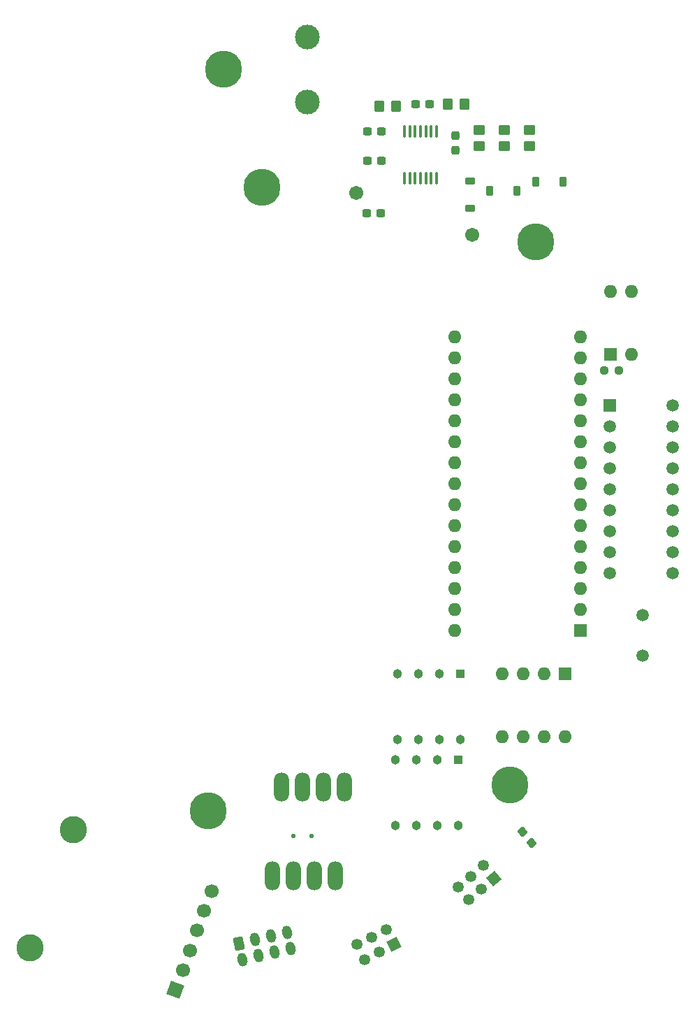
<source format=gbr>
%TF.GenerationSoftware,KiCad,Pcbnew,7.0.1*%
%TF.CreationDate,2023-05-25T18:45:16+09:00*%
%TF.ProjectId,THRControlModuleBoard,54485243-6f6e-4747-926f-6c4d6f64756c,rev?*%
%TF.SameCoordinates,Original*%
%TF.FileFunction,Soldermask,Top*%
%TF.FilePolarity,Negative*%
%FSLAX46Y46*%
G04 Gerber Fmt 4.6, Leading zero omitted, Abs format (unit mm)*
G04 Created by KiCad (PCBNEW 7.0.1) date 2023-05-25 18:45:16*
%MOMM*%
%LPD*%
G01*
G04 APERTURE LIST*
G04 Aperture macros list*
%AMRoundRect*
0 Rectangle with rounded corners*
0 $1 Rounding radius*
0 $2 $3 $4 $5 $6 $7 $8 $9 X,Y pos of 4 corners*
0 Add a 4 corners polygon primitive as box body*
4,1,4,$2,$3,$4,$5,$6,$7,$8,$9,$2,$3,0*
0 Add four circle primitives for the rounded corners*
1,1,$1+$1,$2,$3*
1,1,$1+$1,$4,$5*
1,1,$1+$1,$6,$7*
1,1,$1+$1,$8,$9*
0 Add four rect primitives between the rounded corners*
20,1,$1+$1,$2,$3,$4,$5,0*
20,1,$1+$1,$4,$5,$6,$7,0*
20,1,$1+$1,$6,$7,$8,$9,0*
20,1,$1+$1,$8,$9,$2,$3,0*%
%AMHorizOval*
0 Thick line with rounded ends*
0 $1 width*
0 $2 $3 position (X,Y) of the first rounded end (center of the circle)*
0 $4 $5 position (X,Y) of the second rounded end (center of the circle)*
0 Add line between two ends*
20,1,$1,$2,$3,$4,$5,0*
0 Add two circle primitives to create the rounded ends*
1,1,$1,$2,$3*
1,1,$1,$4,$5*%
%AMRotRect*
0 Rectangle, with rotation*
0 The origin of the aperture is its center*
0 $1 length*
0 $2 width*
0 $3 Rotation angle, in degrees counterclockwise*
0 Add horizontal line*
21,1,$1,$2,0,0,$3*%
G04 Aperture macros list end*
%ADD10RoundRect,0.237500X-0.300000X-0.237500X0.300000X-0.237500X0.300000X0.237500X-0.300000X0.237500X0*%
%ADD11RoundRect,0.100000X-0.100000X0.637500X-0.100000X-0.637500X0.100000X-0.637500X0.100000X0.637500X0*%
%ADD12RoundRect,0.225000X0.225000X0.375000X-0.225000X0.375000X-0.225000X-0.375000X0.225000X-0.375000X0*%
%ADD13R,1.133000X1.133000*%
%ADD14C,1.133000*%
%ADD15RotRect,1.350000X1.350000X297.000000*%
%ADD16HorizOval,1.350000X0.000000X0.000000X0.000000X0.000000X0*%
%ADD17RotRect,1.350000X1.350000X310.000000*%
%ADD18HorizOval,1.350000X0.000000X0.000000X0.000000X0.000000X0*%
%ADD19C,4.500000*%
%ADD20RoundRect,0.250000X-0.450000X0.350000X-0.450000X-0.350000X0.450000X-0.350000X0.450000X0.350000X0*%
%ADD21RoundRect,0.250000X0.350000X0.450000X-0.350000X0.450000X-0.350000X-0.450000X0.350000X-0.450000X0*%
%ADD22R,1.600000X1.600000*%
%ADD23O,1.600000X1.600000*%
%ADD24O,1.853200X3.503200*%
%ADD25RoundRect,0.225000X0.375000X-0.225000X0.375000X0.225000X-0.375000X0.225000X-0.375000X-0.225000X0*%
%ADD26RoundRect,0.250000X-0.350000X-0.450000X0.350000X-0.450000X0.350000X0.450000X-0.350000X0.450000X0*%
%ADD27RoundRect,0.250000X-0.215057X-0.624380X0.467002X-0.466914X0.215057X0.624380X-0.467002X0.466914X0*%
%ADD28HorizOval,1.200000X-0.050614X0.219233X0.050614X-0.219233X0*%
%ADD29C,1.500000*%
%ADD30C,3.302000*%
%ADD31RotRect,1.700000X1.700000X160.000000*%
%ADD32HorizOval,1.700000X0.000000X0.000000X0.000000X0.000000X0*%
%ADD33RoundRect,0.237500X-0.366737X0.067576X0.002866X-0.372900X0.366737X-0.067576X-0.002866X0.372900X0*%
%ADD34RoundRect,0.237500X0.250000X0.237500X-0.250000X0.237500X-0.250000X-0.237500X0.250000X-0.237500X0*%
%ADD35RoundRect,0.237500X-0.237500X0.300000X-0.237500X-0.300000X0.237500X-0.300000X0.237500X0.300000X0*%
%ADD36RoundRect,0.125000X0.125000X0.125000X-0.125000X0.125000X-0.125000X-0.125000X0.125000X-0.125000X0*%
%ADD37RoundRect,0.237500X0.300000X0.237500X-0.300000X0.237500X-0.300000X-0.237500X0.300000X-0.237500X0*%
%ADD38C,3.000000*%
%ADD39R,1.498600X1.498600*%
%ADD40C,1.498600*%
%ADD41C,1.710000*%
G04 APERTURE END LIST*
D10*
%TO.C,C2*%
X133593500Y-45586000D03*
X135318500Y-45586000D03*
%TD*%
D11*
%TO.C,U1*%
X136152000Y-48819500D03*
X135502000Y-48819500D03*
X134852000Y-48819500D03*
X134202000Y-48819500D03*
X133552000Y-48819500D03*
X132902000Y-48819500D03*
X132252000Y-48819500D03*
X132252000Y-54544500D03*
X132902000Y-54544500D03*
X133552000Y-54544500D03*
X134202000Y-54544500D03*
X134852000Y-54544500D03*
X135502000Y-54544500D03*
X136152000Y-54544500D03*
%TD*%
D12*
%TO.C,D3*%
X145900000Y-56050000D03*
X142600000Y-56050000D03*
%TD*%
D13*
%TO.C,IC2*%
X139060000Y-114581000D03*
D14*
X136520000Y-114581000D03*
X133980000Y-114581000D03*
X131440000Y-114581000D03*
X131440000Y-122519000D03*
X133980000Y-122519000D03*
X136520000Y-122519000D03*
X139060000Y-122519000D03*
%TD*%
D15*
%TO.C,J2*%
X130986004Y-147333026D03*
D16*
X130078023Y-145551012D03*
X129203990Y-148241007D03*
X128296010Y-146458993D03*
X127421977Y-149148988D03*
X126513996Y-147366974D03*
%TD*%
D12*
%TO.C,D1*%
X151500000Y-54950000D03*
X148200000Y-54950000D03*
%TD*%
D17*
%TO.C,J3*%
X143124876Y-139330469D03*
D18*
X141839301Y-137798380D03*
X141592788Y-140616044D03*
X140307212Y-139083956D03*
X140060699Y-141901620D03*
X138775124Y-140369531D03*
%TD*%
D19*
%TO.C,H3*%
X108450000Y-131150000D03*
%TD*%
D20*
%TO.C,R4*%
X141314000Y-48666000D03*
X141314000Y-50666000D03*
%TD*%
D21*
%TO.C,R2*%
X139520000Y-45586000D03*
X137520000Y-45586000D03*
%TD*%
D22*
%TO.C,U2*%
X151750000Y-114550000D03*
D23*
X149210000Y-114550000D03*
X146670000Y-114550000D03*
X144130000Y-114550000D03*
X144130000Y-122170000D03*
X146670000Y-122170000D03*
X149210000Y-122170000D03*
X151750000Y-122170000D03*
%TD*%
D24*
%TO.C,J5*%
X117390000Y-128250000D03*
X119930000Y-128250000D03*
X122470000Y-128250000D03*
X125010000Y-128250000D03*
%TD*%
D25*
%TO.C,D2*%
X140200000Y-58150000D03*
X140200000Y-54850000D03*
%TD*%
D20*
%TO.C,R5*%
X144362000Y-48650000D03*
X144362000Y-50650000D03*
%TD*%
D13*
%TO.C,IC1*%
X138760000Y-124981000D03*
D14*
X136220000Y-124981000D03*
X133680000Y-124981000D03*
X131140000Y-124981000D03*
X131140000Y-132919000D03*
X133680000Y-132919000D03*
X136220000Y-132919000D03*
X138760000Y-132919000D03*
%TD*%
D26*
%TO.C,R1*%
X129250000Y-45850000D03*
X131250000Y-45850000D03*
%TD*%
D20*
%TO.C,R3*%
X147410000Y-48666000D03*
X147410000Y-50666000D03*
%TD*%
D22*
%TO.C,U4*%
X157275000Y-75850000D03*
D23*
X159815000Y-75850000D03*
X159815000Y-68230000D03*
X157275000Y-68230000D03*
%TD*%
D19*
%TO.C,H1*%
X115000000Y-55650000D03*
%TD*%
D27*
%TO.C,J6*%
X112163473Y-147201064D03*
D28*
X112613375Y-149149804D03*
X114112213Y-146751162D03*
X114562115Y-148699902D03*
X116060953Y-146301260D03*
X116510855Y-148250000D03*
X118009693Y-145851358D03*
X118459595Y-147800098D03*
%TD*%
D29*
%TO.C,Y1*%
X161100000Y-112350000D03*
X161100000Y-107470000D03*
%TD*%
D19*
%TO.C,H4*%
X145050000Y-128050000D03*
%TD*%
D30*
%TO.C,U5*%
X86893074Y-147762184D03*
X92105461Y-133441268D03*
D31*
X104512538Y-152823639D03*
D32*
X105381269Y-150436819D03*
X106250000Y-148050000D03*
X107118731Y-145663181D03*
X107987463Y-143276362D03*
X108856194Y-140889542D03*
%TD*%
D10*
%TO.C,C1*%
X127751500Y-48888000D03*
X129476500Y-48888000D03*
%TD*%
D33*
%TO.C,D6*%
X146537561Y-133729711D03*
X147662439Y-135070289D03*
%TD*%
D34*
%TO.C,R11*%
X158262500Y-77850000D03*
X156437500Y-77850000D03*
%TD*%
D35*
%TO.C,C3*%
X138450000Y-49387500D03*
X138450000Y-51112500D03*
%TD*%
D23*
%TO.C,A1*%
X138320000Y-109300000D03*
X138320000Y-106760000D03*
X138320000Y-104220000D03*
X138320000Y-101680000D03*
X138320000Y-99140000D03*
X138320000Y-96600000D03*
X138320000Y-94060000D03*
X138320000Y-91520000D03*
X138320000Y-88980000D03*
X138320000Y-86440000D03*
X138320000Y-83900000D03*
X138320000Y-81360000D03*
X138320000Y-78820000D03*
X138320000Y-76280000D03*
X138320000Y-73740000D03*
X153560000Y-73740000D03*
X153560000Y-76280000D03*
X153560000Y-78820000D03*
X153560000Y-81360000D03*
X153560000Y-83900000D03*
X153560000Y-86440000D03*
X153560000Y-88980000D03*
X153560000Y-91520000D03*
X153560000Y-94060000D03*
X153560000Y-96600000D03*
X153560000Y-99140000D03*
X153560000Y-101680000D03*
X153560000Y-104220000D03*
X153560000Y-106760000D03*
D22*
X153560000Y-109300000D03*
%TD*%
D24*
%TO.C,J4*%
X116240000Y-139000000D03*
X118780000Y-139000000D03*
X121320000Y-139000000D03*
X123860000Y-139000000D03*
%TD*%
D36*
%TO.C,D4*%
X121000000Y-134200000D03*
X118800000Y-134200000D03*
%TD*%
D37*
%TO.C,C5*%
X129412500Y-58750000D03*
X127687500Y-58750000D03*
%TD*%
%TO.C,C4*%
X129476500Y-52444000D03*
X127751500Y-52444000D03*
%TD*%
D19*
%TO.C,H2*%
X148150000Y-62250000D03*
%TD*%
%TO.C,J1*%
X110290000Y-41350000D03*
D38*
X120450000Y-37400000D03*
X120450000Y-45300000D03*
%TD*%
D39*
%TO.C,U3*%
X157140000Y-82090000D03*
D40*
X157140000Y-84630000D03*
X157140000Y-87170000D03*
X157140000Y-89710000D03*
X157140000Y-92250000D03*
X157140000Y-94790000D03*
X157140000Y-97330000D03*
X157140000Y-99870000D03*
X157140000Y-102410000D03*
X164760000Y-102410000D03*
X164760000Y-99870000D03*
X164760000Y-97330000D03*
X164760000Y-94790000D03*
X164760000Y-92250000D03*
X164760000Y-89710000D03*
X164760000Y-87170000D03*
X164760000Y-84630000D03*
X164760000Y-82090000D03*
%TD*%
D41*
%TO.C,LS1*%
X140497695Y-61415151D03*
X126402305Y-56284849D03*
%TD*%
M02*

</source>
